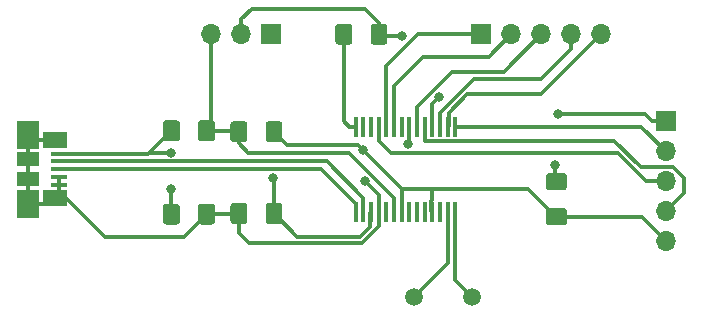
<source format=gbr>
%TF.GenerationSoftware,KiCad,Pcbnew,5.1.4-3.fc30*%
%TF.CreationDate,2019-10-19T14:32:07+02:00*%
%TF.ProjectId,ft232rl_converter_v1,66743233-3272-46c5-9f63-6f6e76657274,1.0*%
%TF.SameCoordinates,PX4fefde0PY4d83c00*%
%TF.FileFunction,Copper,L1,Top*%
%TF.FilePolarity,Positive*%
%FSLAX46Y46*%
G04 Gerber Fmt 4.6, Leading zero omitted, Abs format (unit mm)*
G04 Created by KiCad (PCBNEW 5.1.4-3.fc30) date 2019-10-19 14:32:07*
%MOMM*%
%LPD*%
G04 APERTURE LIST*
%TA.AperFunction,SMDPad,CuDef*%
%ADD10R,0.450000X1.750000*%
%TD*%
%TA.AperFunction,ComponentPad*%
%ADD11O,1.700000X1.700000*%
%TD*%
%TA.AperFunction,ComponentPad*%
%ADD12R,1.700000X1.700000*%
%TD*%
%TA.AperFunction,ComponentPad*%
%ADD13C,1.500000*%
%TD*%
%TA.AperFunction,Conductor*%
%ADD14C,0.150000*%
%TD*%
%TA.AperFunction,SMDPad,CuDef*%
%ADD15C,1.425000*%
%TD*%
%TA.AperFunction,SMDPad,CuDef*%
%ADD16R,1.900000X1.175000*%
%TD*%
%TA.AperFunction,SMDPad,CuDef*%
%ADD17R,1.900000X2.375000*%
%TD*%
%TA.AperFunction,SMDPad,CuDef*%
%ADD18R,2.100000X1.475000*%
%TD*%
%TA.AperFunction,SMDPad,CuDef*%
%ADD19R,1.380000X0.450000*%
%TD*%
%TA.AperFunction,ViaPad*%
%ADD20C,0.800000*%
%TD*%
%TA.AperFunction,Conductor*%
%ADD21C,0.300000*%
%TD*%
G04 APERTURE END LIST*
D10*
%TO.P,U1,28*%
%TO.N,Net-(U1-Pad28)*%
X39070000Y12275000D03*
%TO.P,U1,27*%
%TO.N,Net-(U1-Pad27)*%
X38420000Y12275000D03*
%TO.P,U1,26*%
%TO.N,Net-(U1-Pad26)*%
X37770000Y12275000D03*
%TO.P,U1,25*%
%TO.N,GND*%
X37120000Y12275000D03*
%TO.P,U1,24*%
%TO.N,N/C*%
X36470000Y12275000D03*
%TO.P,U1,23*%
%TO.N,Net-(U1-Pad23)*%
X35820000Y12275000D03*
%TO.P,U1,22*%
%TO.N,Net-(U1-Pad22)*%
X35170000Y12275000D03*
%TO.P,U1,21*%
%TO.N,GND*%
X34520000Y12275000D03*
%TO.P,U1,20*%
%TO.N,VCC*%
X33870000Y12275000D03*
%TO.P,U1,19*%
%TO.N,Net-(U1-Pad19)*%
X33220000Y12275000D03*
%TO.P,U1,18*%
%TO.N,GND*%
X32570000Y12275000D03*
%TO.P,U1,17*%
%TO.N,Net-(C3-Pad1)*%
X31920000Y12275000D03*
%TO.P,U1,16*%
%TO.N,Net-(J1-Pad2)*%
X31270000Y12275000D03*
%TO.P,U1,15*%
%TO.N,Net-(J1-Pad3)*%
X30620000Y12275000D03*
%TO.P,U1,14*%
%TO.N,Net-(R1-Pad2)*%
X30620000Y19475000D03*
%TO.P,U1,13*%
%TO.N,Net-(U1-Pad13)*%
X31270000Y19475000D03*
%TO.P,U1,12*%
%TO.N,Net-(U1-Pad12)*%
X31920000Y19475000D03*
%TO.P,U1,11*%
%TO.N,/CTS#*%
X32570000Y19475000D03*
%TO.P,U1,10*%
%TO.N,/DCD#*%
X33220000Y19475000D03*
%TO.P,U1,9*%
%TO.N,/DSR#*%
X33870000Y19475000D03*
%TO.P,U1,8*%
%TO.N,N/C*%
X34520000Y19475000D03*
%TO.P,U1,7*%
%TO.N,GND*%
X35170000Y19475000D03*
%TO.P,U1,6*%
%TO.N,/RI#*%
X35820000Y19475000D03*
%TO.P,U1,5*%
%TO.N,/RXD*%
X36470000Y19475000D03*
%TO.P,U1,4*%
%TO.N,/VCCIO*%
X37120000Y19475000D03*
%TO.P,U1,3*%
%TO.N,/RTS#*%
X37770000Y19475000D03*
%TO.P,U1,2*%
%TO.N,/DTR#*%
X38420000Y19475000D03*
%TO.P,U1,1*%
%TO.N,/TXD*%
X39070000Y19475000D03*
%TD*%
D11*
%TO.P,J3,5*%
%TO.N,/DTR#*%
X51435000Y27305000D03*
%TO.P,J3,4*%
%TO.N,/RTS#*%
X48895000Y27305000D03*
%TO.P,J3,3*%
%TO.N,/RI#*%
X46355000Y27305000D03*
%TO.P,J3,2*%
%TO.N,/DSR#*%
X43815000Y27305000D03*
D12*
%TO.P,J3,1*%
%TO.N,/DCD#*%
X41275000Y27305000D03*
%TD*%
D13*
%TO.P,Y1,2*%
%TO.N,Net-(U1-Pad28)*%
X40440000Y5080000D03*
%TO.P,Y1,1*%
%TO.N,Net-(U1-Pad27)*%
X35560000Y5080000D03*
%TD*%
D14*
%TO.N,Net-(C2-Pad1)*%
%TO.C,FB1*%
G36*
X15509504Y20000496D02*
G01*
X15533773Y19996896D01*
X15557571Y19990935D01*
X15580671Y19982670D01*
X15602849Y19972180D01*
X15623893Y19959567D01*
X15643598Y19944953D01*
X15661777Y19928477D01*
X15678253Y19910298D01*
X15692867Y19890593D01*
X15705480Y19869549D01*
X15715970Y19847371D01*
X15724235Y19824271D01*
X15730196Y19800473D01*
X15733796Y19776204D01*
X15735000Y19751700D01*
X15735000Y18501700D01*
X15733796Y18477196D01*
X15730196Y18452927D01*
X15724235Y18429129D01*
X15715970Y18406029D01*
X15705480Y18383851D01*
X15692867Y18362807D01*
X15678253Y18343102D01*
X15661777Y18324923D01*
X15643598Y18308447D01*
X15623893Y18293833D01*
X15602849Y18281220D01*
X15580671Y18270730D01*
X15557571Y18262465D01*
X15533773Y18256504D01*
X15509504Y18252904D01*
X15485000Y18251700D01*
X14560000Y18251700D01*
X14535496Y18252904D01*
X14511227Y18256504D01*
X14487429Y18262465D01*
X14464329Y18270730D01*
X14442151Y18281220D01*
X14421107Y18293833D01*
X14401402Y18308447D01*
X14383223Y18324923D01*
X14366747Y18343102D01*
X14352133Y18362807D01*
X14339520Y18383851D01*
X14329030Y18406029D01*
X14320765Y18429129D01*
X14314804Y18452927D01*
X14311204Y18477196D01*
X14310000Y18501700D01*
X14310000Y19751700D01*
X14311204Y19776204D01*
X14314804Y19800473D01*
X14320765Y19824271D01*
X14329030Y19847371D01*
X14339520Y19869549D01*
X14352133Y19890593D01*
X14366747Y19910298D01*
X14383223Y19928477D01*
X14401402Y19944953D01*
X14421107Y19959567D01*
X14442151Y19972180D01*
X14464329Y19982670D01*
X14487429Y19990935D01*
X14511227Y19996896D01*
X14535496Y20000496D01*
X14560000Y20001700D01*
X15485000Y20001700D01*
X15509504Y20000496D01*
X15509504Y20000496D01*
G37*
D15*
%TD*%
%TO.P,FB1,2*%
%TO.N,Net-(C2-Pad1)*%
X15022500Y19126700D03*
D14*
%TO.N,VCC*%
%TO.C,FB1*%
G36*
X18484504Y20000496D02*
G01*
X18508773Y19996896D01*
X18532571Y19990935D01*
X18555671Y19982670D01*
X18577849Y19972180D01*
X18598893Y19959567D01*
X18618598Y19944953D01*
X18636777Y19928477D01*
X18653253Y19910298D01*
X18667867Y19890593D01*
X18680480Y19869549D01*
X18690970Y19847371D01*
X18699235Y19824271D01*
X18705196Y19800473D01*
X18708796Y19776204D01*
X18710000Y19751700D01*
X18710000Y18501700D01*
X18708796Y18477196D01*
X18705196Y18452927D01*
X18699235Y18429129D01*
X18690970Y18406029D01*
X18680480Y18383851D01*
X18667867Y18362807D01*
X18653253Y18343102D01*
X18636777Y18324923D01*
X18618598Y18308447D01*
X18598893Y18293833D01*
X18577849Y18281220D01*
X18555671Y18270730D01*
X18532571Y18262465D01*
X18508773Y18256504D01*
X18484504Y18252904D01*
X18460000Y18251700D01*
X17535000Y18251700D01*
X17510496Y18252904D01*
X17486227Y18256504D01*
X17462429Y18262465D01*
X17439329Y18270730D01*
X17417151Y18281220D01*
X17396107Y18293833D01*
X17376402Y18308447D01*
X17358223Y18324923D01*
X17341747Y18343102D01*
X17327133Y18362807D01*
X17314520Y18383851D01*
X17304030Y18406029D01*
X17295765Y18429129D01*
X17289804Y18452927D01*
X17286204Y18477196D01*
X17285000Y18501700D01*
X17285000Y19751700D01*
X17286204Y19776204D01*
X17289804Y19800473D01*
X17295765Y19824271D01*
X17304030Y19847371D01*
X17314520Y19869549D01*
X17327133Y19890593D01*
X17341747Y19910298D01*
X17358223Y19928477D01*
X17376402Y19944953D01*
X17396107Y19959567D01*
X17417151Y19972180D01*
X17439329Y19982670D01*
X17462429Y19990935D01*
X17486227Y19996896D01*
X17510496Y20000496D01*
X17535000Y20001700D01*
X18460000Y20001700D01*
X18484504Y20000496D01*
X18484504Y20000496D01*
G37*
D15*
%TD*%
%TO.P,FB1,1*%
%TO.N,VCC*%
X17997500Y19126700D03*
D11*
%TO.P,J2,5*%
%TO.N,GND*%
X56896000Y9779000D03*
%TO.P,J2,4*%
%TO.N,/RXD*%
X56896000Y12319000D03*
%TO.P,J2,3*%
%TO.N,/CTS#*%
X56896000Y14859000D03*
%TO.P,J2,2*%
%TO.N,/TXD*%
X56896000Y17399000D03*
D12*
%TO.P,J2,1*%
%TO.N,/VCCIO*%
X56896000Y19939000D03*
%TD*%
D14*
%TO.N,GND*%
%TO.C,C1*%
G36*
X24199504Y19923796D02*
G01*
X24223773Y19920196D01*
X24247571Y19914235D01*
X24270671Y19905970D01*
X24292849Y19895480D01*
X24313893Y19882867D01*
X24333598Y19868253D01*
X24351777Y19851777D01*
X24368253Y19833598D01*
X24382867Y19813893D01*
X24395480Y19792849D01*
X24405970Y19770671D01*
X24414235Y19747571D01*
X24420196Y19723773D01*
X24423796Y19699504D01*
X24425000Y19675000D01*
X24425000Y18425000D01*
X24423796Y18400496D01*
X24420196Y18376227D01*
X24414235Y18352429D01*
X24405970Y18329329D01*
X24395480Y18307151D01*
X24382867Y18286107D01*
X24368253Y18266402D01*
X24351777Y18248223D01*
X24333598Y18231747D01*
X24313893Y18217133D01*
X24292849Y18204520D01*
X24270671Y18194030D01*
X24247571Y18185765D01*
X24223773Y18179804D01*
X24199504Y18176204D01*
X24175000Y18175000D01*
X23250000Y18175000D01*
X23225496Y18176204D01*
X23201227Y18179804D01*
X23177429Y18185765D01*
X23154329Y18194030D01*
X23132151Y18204520D01*
X23111107Y18217133D01*
X23091402Y18231747D01*
X23073223Y18248223D01*
X23056747Y18266402D01*
X23042133Y18286107D01*
X23029520Y18307151D01*
X23019030Y18329329D01*
X23010765Y18352429D01*
X23004804Y18376227D01*
X23001204Y18400496D01*
X23000000Y18425000D01*
X23000000Y19675000D01*
X23001204Y19699504D01*
X23004804Y19723773D01*
X23010765Y19747571D01*
X23019030Y19770671D01*
X23029520Y19792849D01*
X23042133Y19813893D01*
X23056747Y19833598D01*
X23073223Y19851777D01*
X23091402Y19868253D01*
X23111107Y19882867D01*
X23132151Y19895480D01*
X23154329Y19905970D01*
X23177429Y19914235D01*
X23201227Y19920196D01*
X23225496Y19923796D01*
X23250000Y19925000D01*
X24175000Y19925000D01*
X24199504Y19923796D01*
X24199504Y19923796D01*
G37*
D15*
%TD*%
%TO.P,C1,2*%
%TO.N,GND*%
X23712500Y19050000D03*
D14*
%TO.N,VCC*%
%TO.C,C1*%
G36*
X21224504Y19923796D02*
G01*
X21248773Y19920196D01*
X21272571Y19914235D01*
X21295671Y19905970D01*
X21317849Y19895480D01*
X21338893Y19882867D01*
X21358598Y19868253D01*
X21376777Y19851777D01*
X21393253Y19833598D01*
X21407867Y19813893D01*
X21420480Y19792849D01*
X21430970Y19770671D01*
X21439235Y19747571D01*
X21445196Y19723773D01*
X21448796Y19699504D01*
X21450000Y19675000D01*
X21450000Y18425000D01*
X21448796Y18400496D01*
X21445196Y18376227D01*
X21439235Y18352429D01*
X21430970Y18329329D01*
X21420480Y18307151D01*
X21407867Y18286107D01*
X21393253Y18266402D01*
X21376777Y18248223D01*
X21358598Y18231747D01*
X21338893Y18217133D01*
X21317849Y18204520D01*
X21295671Y18194030D01*
X21272571Y18185765D01*
X21248773Y18179804D01*
X21224504Y18176204D01*
X21200000Y18175000D01*
X20275000Y18175000D01*
X20250496Y18176204D01*
X20226227Y18179804D01*
X20202429Y18185765D01*
X20179329Y18194030D01*
X20157151Y18204520D01*
X20136107Y18217133D01*
X20116402Y18231747D01*
X20098223Y18248223D01*
X20081747Y18266402D01*
X20067133Y18286107D01*
X20054520Y18307151D01*
X20044030Y18329329D01*
X20035765Y18352429D01*
X20029804Y18376227D01*
X20026204Y18400496D01*
X20025000Y18425000D01*
X20025000Y19675000D01*
X20026204Y19699504D01*
X20029804Y19723773D01*
X20035765Y19747571D01*
X20044030Y19770671D01*
X20054520Y19792849D01*
X20067133Y19813893D01*
X20081747Y19833598D01*
X20098223Y19851777D01*
X20116402Y19868253D01*
X20136107Y19882867D01*
X20157151Y19895480D01*
X20179329Y19905970D01*
X20202429Y19914235D01*
X20226227Y19920196D01*
X20250496Y19923796D01*
X20275000Y19925000D01*
X21200000Y19925000D01*
X21224504Y19923796D01*
X21224504Y19923796D01*
G37*
D15*
%TD*%
%TO.P,C1,1*%
%TO.N,VCC*%
X20737500Y19050000D03*
D14*
%TO.N,GND*%
%TO.C,C2*%
G36*
X18484504Y12938796D02*
G01*
X18508773Y12935196D01*
X18532571Y12929235D01*
X18555671Y12920970D01*
X18577849Y12910480D01*
X18598893Y12897867D01*
X18618598Y12883253D01*
X18636777Y12866777D01*
X18653253Y12848598D01*
X18667867Y12828893D01*
X18680480Y12807849D01*
X18690970Y12785671D01*
X18699235Y12762571D01*
X18705196Y12738773D01*
X18708796Y12714504D01*
X18710000Y12690000D01*
X18710000Y11440000D01*
X18708796Y11415496D01*
X18705196Y11391227D01*
X18699235Y11367429D01*
X18690970Y11344329D01*
X18680480Y11322151D01*
X18667867Y11301107D01*
X18653253Y11281402D01*
X18636777Y11263223D01*
X18618598Y11246747D01*
X18598893Y11232133D01*
X18577849Y11219520D01*
X18555671Y11209030D01*
X18532571Y11200765D01*
X18508773Y11194804D01*
X18484504Y11191204D01*
X18460000Y11190000D01*
X17535000Y11190000D01*
X17510496Y11191204D01*
X17486227Y11194804D01*
X17462429Y11200765D01*
X17439329Y11209030D01*
X17417151Y11219520D01*
X17396107Y11232133D01*
X17376402Y11246747D01*
X17358223Y11263223D01*
X17341747Y11281402D01*
X17327133Y11301107D01*
X17314520Y11322151D01*
X17304030Y11344329D01*
X17295765Y11367429D01*
X17289804Y11391227D01*
X17286204Y11415496D01*
X17285000Y11440000D01*
X17285000Y12690000D01*
X17286204Y12714504D01*
X17289804Y12738773D01*
X17295765Y12762571D01*
X17304030Y12785671D01*
X17314520Y12807849D01*
X17327133Y12828893D01*
X17341747Y12848598D01*
X17358223Y12866777D01*
X17376402Y12883253D01*
X17396107Y12897867D01*
X17417151Y12910480D01*
X17439329Y12920970D01*
X17462429Y12929235D01*
X17486227Y12935196D01*
X17510496Y12938796D01*
X17535000Y12940000D01*
X18460000Y12940000D01*
X18484504Y12938796D01*
X18484504Y12938796D01*
G37*
D15*
%TD*%
%TO.P,C2,2*%
%TO.N,GND*%
X17997500Y12065000D03*
D14*
%TO.N,Net-(C2-Pad1)*%
%TO.C,C2*%
G36*
X15509504Y12938796D02*
G01*
X15533773Y12935196D01*
X15557571Y12929235D01*
X15580671Y12920970D01*
X15602849Y12910480D01*
X15623893Y12897867D01*
X15643598Y12883253D01*
X15661777Y12866777D01*
X15678253Y12848598D01*
X15692867Y12828893D01*
X15705480Y12807849D01*
X15715970Y12785671D01*
X15724235Y12762571D01*
X15730196Y12738773D01*
X15733796Y12714504D01*
X15735000Y12690000D01*
X15735000Y11440000D01*
X15733796Y11415496D01*
X15730196Y11391227D01*
X15724235Y11367429D01*
X15715970Y11344329D01*
X15705480Y11322151D01*
X15692867Y11301107D01*
X15678253Y11281402D01*
X15661777Y11263223D01*
X15643598Y11246747D01*
X15623893Y11232133D01*
X15602849Y11219520D01*
X15580671Y11209030D01*
X15557571Y11200765D01*
X15533773Y11194804D01*
X15509504Y11191204D01*
X15485000Y11190000D01*
X14560000Y11190000D01*
X14535496Y11191204D01*
X14511227Y11194804D01*
X14487429Y11200765D01*
X14464329Y11209030D01*
X14442151Y11219520D01*
X14421107Y11232133D01*
X14401402Y11246747D01*
X14383223Y11263223D01*
X14366747Y11281402D01*
X14352133Y11301107D01*
X14339520Y11322151D01*
X14329030Y11344329D01*
X14320765Y11367429D01*
X14314804Y11391227D01*
X14311204Y11415496D01*
X14310000Y11440000D01*
X14310000Y12690000D01*
X14311204Y12714504D01*
X14314804Y12738773D01*
X14320765Y12762571D01*
X14329030Y12785671D01*
X14339520Y12807849D01*
X14352133Y12828893D01*
X14366747Y12848598D01*
X14383223Y12866777D01*
X14401402Y12883253D01*
X14421107Y12897867D01*
X14442151Y12910480D01*
X14464329Y12920970D01*
X14487429Y12929235D01*
X14511227Y12935196D01*
X14535496Y12938796D01*
X14560000Y12940000D01*
X15485000Y12940000D01*
X15509504Y12938796D01*
X15509504Y12938796D01*
G37*
D15*
%TD*%
%TO.P,C2,1*%
%TO.N,Net-(C2-Pad1)*%
X15022500Y12065000D03*
D14*
%TO.N,GND*%
%TO.C,C3*%
G36*
X21224504Y13003796D02*
G01*
X21248773Y13000196D01*
X21272571Y12994235D01*
X21295671Y12985970D01*
X21317849Y12975480D01*
X21338893Y12962867D01*
X21358598Y12948253D01*
X21376777Y12931777D01*
X21393253Y12913598D01*
X21407867Y12893893D01*
X21420480Y12872849D01*
X21430970Y12850671D01*
X21439235Y12827571D01*
X21445196Y12803773D01*
X21448796Y12779504D01*
X21450000Y12755000D01*
X21450000Y11505000D01*
X21448796Y11480496D01*
X21445196Y11456227D01*
X21439235Y11432429D01*
X21430970Y11409329D01*
X21420480Y11387151D01*
X21407867Y11366107D01*
X21393253Y11346402D01*
X21376777Y11328223D01*
X21358598Y11311747D01*
X21338893Y11297133D01*
X21317849Y11284520D01*
X21295671Y11274030D01*
X21272571Y11265765D01*
X21248773Y11259804D01*
X21224504Y11256204D01*
X21200000Y11255000D01*
X20275000Y11255000D01*
X20250496Y11256204D01*
X20226227Y11259804D01*
X20202429Y11265765D01*
X20179329Y11274030D01*
X20157151Y11284520D01*
X20136107Y11297133D01*
X20116402Y11311747D01*
X20098223Y11328223D01*
X20081747Y11346402D01*
X20067133Y11366107D01*
X20054520Y11387151D01*
X20044030Y11409329D01*
X20035765Y11432429D01*
X20029804Y11456227D01*
X20026204Y11480496D01*
X20025000Y11505000D01*
X20025000Y12755000D01*
X20026204Y12779504D01*
X20029804Y12803773D01*
X20035765Y12827571D01*
X20044030Y12850671D01*
X20054520Y12872849D01*
X20067133Y12893893D01*
X20081747Y12913598D01*
X20098223Y12931777D01*
X20116402Y12948253D01*
X20136107Y12962867D01*
X20157151Y12975480D01*
X20179329Y12985970D01*
X20202429Y12994235D01*
X20226227Y13000196D01*
X20250496Y13003796D01*
X20275000Y13005000D01*
X21200000Y13005000D01*
X21224504Y13003796D01*
X21224504Y13003796D01*
G37*
D15*
%TD*%
%TO.P,C3,2*%
%TO.N,GND*%
X20737500Y12130000D03*
D14*
%TO.N,Net-(C3-Pad1)*%
%TO.C,C3*%
G36*
X24199504Y13003796D02*
G01*
X24223773Y13000196D01*
X24247571Y12994235D01*
X24270671Y12985970D01*
X24292849Y12975480D01*
X24313893Y12962867D01*
X24333598Y12948253D01*
X24351777Y12931777D01*
X24368253Y12913598D01*
X24382867Y12893893D01*
X24395480Y12872849D01*
X24405970Y12850671D01*
X24414235Y12827571D01*
X24420196Y12803773D01*
X24423796Y12779504D01*
X24425000Y12755000D01*
X24425000Y11505000D01*
X24423796Y11480496D01*
X24420196Y11456227D01*
X24414235Y11432429D01*
X24405970Y11409329D01*
X24395480Y11387151D01*
X24382867Y11366107D01*
X24368253Y11346402D01*
X24351777Y11328223D01*
X24333598Y11311747D01*
X24313893Y11297133D01*
X24292849Y11284520D01*
X24270671Y11274030D01*
X24247571Y11265765D01*
X24223773Y11259804D01*
X24199504Y11256204D01*
X24175000Y11255000D01*
X23250000Y11255000D01*
X23225496Y11256204D01*
X23201227Y11259804D01*
X23177429Y11265765D01*
X23154329Y11274030D01*
X23132151Y11284520D01*
X23111107Y11297133D01*
X23091402Y11311747D01*
X23073223Y11328223D01*
X23056747Y11346402D01*
X23042133Y11366107D01*
X23029520Y11387151D01*
X23019030Y11409329D01*
X23010765Y11432429D01*
X23004804Y11456227D01*
X23001204Y11480496D01*
X23000000Y11505000D01*
X23000000Y12755000D01*
X23001204Y12779504D01*
X23004804Y12803773D01*
X23010765Y12827571D01*
X23019030Y12850671D01*
X23029520Y12872849D01*
X23042133Y12893893D01*
X23056747Y12913598D01*
X23073223Y12931777D01*
X23091402Y12948253D01*
X23111107Y12962867D01*
X23132151Y12975480D01*
X23154329Y12985970D01*
X23177429Y12994235D01*
X23201227Y13000196D01*
X23225496Y13003796D01*
X23250000Y13005000D01*
X24175000Y13005000D01*
X24199504Y13003796D01*
X24199504Y13003796D01*
G37*
D15*
%TD*%
%TO.P,C3,1*%
%TO.N,Net-(C3-Pad1)*%
X23712500Y12130000D03*
D14*
%TO.N,GND*%
%TO.C,C4*%
G36*
X48274504Y12558796D02*
G01*
X48298773Y12555196D01*
X48322571Y12549235D01*
X48345671Y12540970D01*
X48367849Y12530480D01*
X48388893Y12517867D01*
X48408598Y12503253D01*
X48426777Y12486777D01*
X48443253Y12468598D01*
X48457867Y12448893D01*
X48470480Y12427849D01*
X48480970Y12405671D01*
X48489235Y12382571D01*
X48495196Y12358773D01*
X48498796Y12334504D01*
X48500000Y12310000D01*
X48500000Y11385000D01*
X48498796Y11360496D01*
X48495196Y11336227D01*
X48489235Y11312429D01*
X48480970Y11289329D01*
X48470480Y11267151D01*
X48457867Y11246107D01*
X48443253Y11226402D01*
X48426777Y11208223D01*
X48408598Y11191747D01*
X48388893Y11177133D01*
X48367849Y11164520D01*
X48345671Y11154030D01*
X48322571Y11145765D01*
X48298773Y11139804D01*
X48274504Y11136204D01*
X48250000Y11135000D01*
X47000000Y11135000D01*
X46975496Y11136204D01*
X46951227Y11139804D01*
X46927429Y11145765D01*
X46904329Y11154030D01*
X46882151Y11164520D01*
X46861107Y11177133D01*
X46841402Y11191747D01*
X46823223Y11208223D01*
X46806747Y11226402D01*
X46792133Y11246107D01*
X46779520Y11267151D01*
X46769030Y11289329D01*
X46760765Y11312429D01*
X46754804Y11336227D01*
X46751204Y11360496D01*
X46750000Y11385000D01*
X46750000Y12310000D01*
X46751204Y12334504D01*
X46754804Y12358773D01*
X46760765Y12382571D01*
X46769030Y12405671D01*
X46779520Y12427849D01*
X46792133Y12448893D01*
X46806747Y12468598D01*
X46823223Y12486777D01*
X46841402Y12503253D01*
X46861107Y12517867D01*
X46882151Y12530480D01*
X46904329Y12540970D01*
X46927429Y12549235D01*
X46951227Y12555196D01*
X46975496Y12558796D01*
X47000000Y12560000D01*
X48250000Y12560000D01*
X48274504Y12558796D01*
X48274504Y12558796D01*
G37*
D15*
%TD*%
%TO.P,C4,2*%
%TO.N,GND*%
X47625000Y11847500D03*
D14*
%TO.N,/VCCIO*%
%TO.C,C4*%
G36*
X48274504Y15533796D02*
G01*
X48298773Y15530196D01*
X48322571Y15524235D01*
X48345671Y15515970D01*
X48367849Y15505480D01*
X48388893Y15492867D01*
X48408598Y15478253D01*
X48426777Y15461777D01*
X48443253Y15443598D01*
X48457867Y15423893D01*
X48470480Y15402849D01*
X48480970Y15380671D01*
X48489235Y15357571D01*
X48495196Y15333773D01*
X48498796Y15309504D01*
X48500000Y15285000D01*
X48500000Y14360000D01*
X48498796Y14335496D01*
X48495196Y14311227D01*
X48489235Y14287429D01*
X48480970Y14264329D01*
X48470480Y14242151D01*
X48457867Y14221107D01*
X48443253Y14201402D01*
X48426777Y14183223D01*
X48408598Y14166747D01*
X48388893Y14152133D01*
X48367849Y14139520D01*
X48345671Y14129030D01*
X48322571Y14120765D01*
X48298773Y14114804D01*
X48274504Y14111204D01*
X48250000Y14110000D01*
X47000000Y14110000D01*
X46975496Y14111204D01*
X46951227Y14114804D01*
X46927429Y14120765D01*
X46904329Y14129030D01*
X46882151Y14139520D01*
X46861107Y14152133D01*
X46841402Y14166747D01*
X46823223Y14183223D01*
X46806747Y14201402D01*
X46792133Y14221107D01*
X46779520Y14242151D01*
X46769030Y14264329D01*
X46760765Y14287429D01*
X46754804Y14311227D01*
X46751204Y14335496D01*
X46750000Y14360000D01*
X46750000Y15285000D01*
X46751204Y15309504D01*
X46754804Y15333773D01*
X46760765Y15357571D01*
X46769030Y15380671D01*
X46779520Y15402849D01*
X46792133Y15423893D01*
X46806747Y15443598D01*
X46823223Y15461777D01*
X46841402Y15478253D01*
X46861107Y15492867D01*
X46882151Y15505480D01*
X46904329Y15515970D01*
X46927429Y15524235D01*
X46951227Y15530196D01*
X46975496Y15533796D01*
X47000000Y15535000D01*
X48250000Y15535000D01*
X48274504Y15533796D01*
X48274504Y15533796D01*
G37*
D15*
%TD*%
%TO.P,C4,1*%
%TO.N,/VCCIO*%
X47625000Y14822500D03*
D16*
%TO.P,J1,6*%
%TO.N,GND*%
X2880000Y15035000D03*
X2880000Y16715000D03*
D17*
X2880000Y12965000D03*
X2880000Y18785000D03*
D18*
X5180000Y13412500D03*
X5180000Y18337500D03*
D19*
%TO.P,J1,5*%
X5540000Y14575000D03*
%TO.P,J1,4*%
X5540000Y15225000D03*
%TO.P,J1,3*%
%TO.N,Net-(J1-Pad3)*%
X5540000Y15875000D03*
%TO.P,J1,2*%
%TO.N,Net-(J1-Pad2)*%
X5540000Y16525000D03*
%TO.P,J1,1*%
%TO.N,Net-(C2-Pad1)*%
X5540000Y17175000D03*
%TD*%
D11*
%TO.P,JP1,3*%
%TO.N,VCC*%
X18415000Y27305000D03*
%TO.P,JP1,2*%
%TO.N,/VCCIO*%
X20955000Y27305000D03*
D12*
%TO.P,JP1,1*%
%TO.N,Net-(C3-Pad1)*%
X23495000Y27305000D03*
%TD*%
D14*
%TO.N,Net-(R1-Pad2)*%
%TO.C,R1*%
G36*
X30114504Y28178796D02*
G01*
X30138773Y28175196D01*
X30162571Y28169235D01*
X30185671Y28160970D01*
X30207849Y28150480D01*
X30228893Y28137867D01*
X30248598Y28123253D01*
X30266777Y28106777D01*
X30283253Y28088598D01*
X30297867Y28068893D01*
X30310480Y28047849D01*
X30320970Y28025671D01*
X30329235Y28002571D01*
X30335196Y27978773D01*
X30338796Y27954504D01*
X30340000Y27930000D01*
X30340000Y26680000D01*
X30338796Y26655496D01*
X30335196Y26631227D01*
X30329235Y26607429D01*
X30320970Y26584329D01*
X30310480Y26562151D01*
X30297867Y26541107D01*
X30283253Y26521402D01*
X30266777Y26503223D01*
X30248598Y26486747D01*
X30228893Y26472133D01*
X30207849Y26459520D01*
X30185671Y26449030D01*
X30162571Y26440765D01*
X30138773Y26434804D01*
X30114504Y26431204D01*
X30090000Y26430000D01*
X29165000Y26430000D01*
X29140496Y26431204D01*
X29116227Y26434804D01*
X29092429Y26440765D01*
X29069329Y26449030D01*
X29047151Y26459520D01*
X29026107Y26472133D01*
X29006402Y26486747D01*
X28988223Y26503223D01*
X28971747Y26521402D01*
X28957133Y26541107D01*
X28944520Y26562151D01*
X28934030Y26584329D01*
X28925765Y26607429D01*
X28919804Y26631227D01*
X28916204Y26655496D01*
X28915000Y26680000D01*
X28915000Y27930000D01*
X28916204Y27954504D01*
X28919804Y27978773D01*
X28925765Y28002571D01*
X28934030Y28025671D01*
X28944520Y28047849D01*
X28957133Y28068893D01*
X28971747Y28088598D01*
X28988223Y28106777D01*
X29006402Y28123253D01*
X29026107Y28137867D01*
X29047151Y28150480D01*
X29069329Y28160970D01*
X29092429Y28169235D01*
X29116227Y28175196D01*
X29140496Y28178796D01*
X29165000Y28180000D01*
X30090000Y28180000D01*
X30114504Y28178796D01*
X30114504Y28178796D01*
G37*
D15*
%TD*%
%TO.P,R1,2*%
%TO.N,Net-(R1-Pad2)*%
X29627500Y27305000D03*
D14*
%TO.N,/VCCIO*%
%TO.C,R1*%
G36*
X33089504Y28178796D02*
G01*
X33113773Y28175196D01*
X33137571Y28169235D01*
X33160671Y28160970D01*
X33182849Y28150480D01*
X33203893Y28137867D01*
X33223598Y28123253D01*
X33241777Y28106777D01*
X33258253Y28088598D01*
X33272867Y28068893D01*
X33285480Y28047849D01*
X33295970Y28025671D01*
X33304235Y28002571D01*
X33310196Y27978773D01*
X33313796Y27954504D01*
X33315000Y27930000D01*
X33315000Y26680000D01*
X33313796Y26655496D01*
X33310196Y26631227D01*
X33304235Y26607429D01*
X33295970Y26584329D01*
X33285480Y26562151D01*
X33272867Y26541107D01*
X33258253Y26521402D01*
X33241777Y26503223D01*
X33223598Y26486747D01*
X33203893Y26472133D01*
X33182849Y26459520D01*
X33160671Y26449030D01*
X33137571Y26440765D01*
X33113773Y26434804D01*
X33089504Y26431204D01*
X33065000Y26430000D01*
X32140000Y26430000D01*
X32115496Y26431204D01*
X32091227Y26434804D01*
X32067429Y26440765D01*
X32044329Y26449030D01*
X32022151Y26459520D01*
X32001107Y26472133D01*
X31981402Y26486747D01*
X31963223Y26503223D01*
X31946747Y26521402D01*
X31932133Y26541107D01*
X31919520Y26562151D01*
X31909030Y26584329D01*
X31900765Y26607429D01*
X31894804Y26631227D01*
X31891204Y26655496D01*
X31890000Y26680000D01*
X31890000Y27930000D01*
X31891204Y27954504D01*
X31894804Y27978773D01*
X31900765Y28002571D01*
X31909030Y28025671D01*
X31919520Y28047849D01*
X31932133Y28068893D01*
X31946747Y28088598D01*
X31963223Y28106777D01*
X31981402Y28123253D01*
X32001107Y28137867D01*
X32022151Y28150480D01*
X32044329Y28160970D01*
X32067429Y28169235D01*
X32091227Y28175196D01*
X32115496Y28178796D01*
X32140000Y28180000D01*
X33065000Y28180000D01*
X33089504Y28178796D01*
X33089504Y28178796D01*
G37*
D15*
%TD*%
%TO.P,R1,1*%
%TO.N,/VCCIO*%
X32602500Y27305000D03*
D20*
%TO.N,GND*%
X31384669Y14874669D03*
X31242000Y17526000D03*
X35052000Y18034000D03*
%TO.N,Net-(C2-Pad1)*%
X14986000Y14224000D03*
X14986000Y17275000D03*
%TO.N,/VCCIO*%
X47752000Y20574000D03*
X47498000Y16256000D03*
X34544000Y27178000D03*
X37713891Y21976109D03*
%TO.N,Net-(C3-Pad1)*%
X23622000Y15113000D03*
%TD*%
D21*
%TO.N,GND*%
X5540000Y15225000D02*
X5540000Y14575000D01*
X5540000Y14050000D02*
X9430000Y10160000D01*
X5540000Y14575000D02*
X5540000Y14050000D01*
X16092500Y10160000D02*
X17997500Y12065000D01*
X9430000Y10160000D02*
X16092500Y10160000D01*
X20672500Y12065000D02*
X20737500Y12130000D01*
X17997500Y12065000D02*
X20672500Y12065000D01*
X3327500Y18337500D02*
X2880000Y18785000D01*
X5180000Y18337500D02*
X3327500Y18337500D01*
X2880000Y18785000D02*
X2880000Y16715000D01*
X2880000Y16715000D02*
X2880000Y15035000D01*
X2880000Y15035000D02*
X2880000Y12965000D01*
X4732500Y12965000D02*
X5180000Y13412500D01*
X2880000Y12965000D02*
X4732500Y12965000D01*
X32570000Y12275000D02*
X32570000Y11034880D01*
X31195110Y9659990D02*
X21582010Y9659990D01*
X32570000Y11034880D02*
X31195110Y9659990D01*
X20737500Y10504500D02*
X20737500Y12130000D01*
X21582010Y9659990D02*
X20737500Y10504500D01*
X32570000Y12275000D02*
X32570000Y13689338D01*
X32570000Y13689338D02*
X31384669Y14874669D01*
X24483847Y18278653D02*
X23712500Y19050000D01*
X24836501Y17925999D02*
X24483847Y18278653D01*
X30842001Y17925999D02*
X24836501Y17925999D01*
X31242000Y17526000D02*
X30842001Y17925999D01*
X31242000Y17526000D02*
X34544000Y14224000D01*
X45248500Y14224000D02*
X47625000Y11847500D01*
X34520000Y14200000D02*
X34520000Y12275000D01*
X34544000Y14224000D02*
X34520000Y14200000D01*
X37120000Y13244000D02*
X37045001Y13169001D01*
X37120000Y14188000D02*
X37120000Y13244000D01*
X37084000Y14224000D02*
X37120000Y14188000D01*
X37084000Y14224000D02*
X45248500Y14224000D01*
X34544000Y14224000D02*
X37084000Y14224000D01*
X37045001Y12349999D02*
X37120000Y12275000D01*
X37045001Y13169001D02*
X37045001Y12349999D01*
X54827500Y11847500D02*
X56896000Y9779000D01*
X47625000Y11847500D02*
X54827500Y11847500D01*
X35170000Y18152000D02*
X35170000Y19475000D01*
X35052000Y18034000D02*
X35170000Y18152000D01*
%TO.N,VCC*%
X18415000Y19544200D02*
X17997500Y19126700D01*
X18415000Y27305000D02*
X18415000Y19544200D01*
X20660800Y19126700D02*
X20737500Y19050000D01*
X17997500Y19126700D02*
X20660800Y19126700D01*
X20737500Y18075000D02*
X21540500Y17272000D01*
X20737500Y19050000D02*
X20737500Y18075000D01*
X33870000Y13450000D02*
X33870000Y12275000D01*
X30048000Y17272000D02*
X33870000Y13450000D01*
X21540500Y17272000D02*
X30048000Y17272000D01*
%TO.N,Net-(C2-Pad1)*%
X13070800Y17175000D02*
X15022500Y19126700D01*
X5540000Y17175000D02*
X13070800Y17175000D01*
X15022500Y12065000D02*
X15022500Y14187500D01*
X15022500Y14187500D02*
X14986000Y14224000D01*
X13170800Y17275000D02*
X13070800Y17175000D01*
X14986000Y17275000D02*
X13170800Y17275000D01*
%TO.N,/VCCIO*%
X21844000Y29464000D02*
X20955000Y28575000D01*
X31418500Y29464000D02*
X21844000Y29464000D01*
X32602500Y27305000D02*
X32602500Y28280000D01*
X20955000Y28575000D02*
X20955000Y27305000D01*
X32602500Y28280000D02*
X31418500Y29464000D01*
X55111000Y20574000D02*
X47752000Y20574000D01*
X56896000Y19939000D02*
X55746000Y19939000D01*
X55746000Y19939000D02*
X55111000Y20574000D01*
X47498000Y14949500D02*
X47625000Y14822500D01*
X47498000Y16256000D02*
X47498000Y14949500D01*
X32729500Y27178000D02*
X32602500Y27305000D01*
X34544000Y27178000D02*
X32729500Y27178000D01*
X37120000Y19475000D02*
X37120000Y21382218D01*
X37120000Y21382218D02*
X37713891Y21976109D01*
%TO.N,Net-(J1-Pad2)*%
X31270000Y13450000D02*
X31270000Y12275000D01*
X28195000Y16525000D02*
X31270000Y13450000D01*
X5540000Y16525000D02*
X28195000Y16525000D01*
%TO.N,Net-(J1-Pad3)*%
X30620000Y12925000D02*
X30620000Y12275000D01*
X27670000Y15875000D02*
X30620000Y12925000D01*
X5540000Y15875000D02*
X27670000Y15875000D01*
%TO.N,Net-(R1-Pad2)*%
X30095000Y19475000D02*
X30620000Y19475000D01*
X29627500Y19942500D02*
X30095000Y19475000D01*
X29627500Y27305000D02*
X29627500Y19942500D01*
%TO.N,Net-(U1-Pad27)*%
X38420000Y7940000D02*
X35560000Y5080000D01*
X38420000Y12275000D02*
X38420000Y7940000D01*
%TO.N,Net-(U1-Pad28)*%
X39070000Y6450000D02*
X40440000Y5080000D01*
X39070000Y12275000D02*
X39070000Y6450000D01*
%TO.N,/CTS#*%
X56896000Y14859000D02*
X55245000Y14859000D01*
X55245000Y14859000D02*
X52832000Y17272000D01*
X32570000Y18300000D02*
X32570000Y19475000D01*
X33598000Y17272000D02*
X32570000Y18300000D01*
X52832000Y17272000D02*
X33598000Y17272000D01*
%TO.N,/RXD*%
X56896000Y12319000D02*
X58420000Y13843000D01*
X54752119Y16059001D02*
X52523120Y18288000D01*
X57472001Y16059001D02*
X54752119Y16059001D01*
X58420000Y13843000D02*
X58420000Y15111002D01*
X58420000Y15111002D02*
X57472001Y16059001D01*
X36520001Y18249999D02*
X36470000Y18300000D01*
X36470000Y18300000D02*
X36470000Y19475000D01*
X52485119Y18249999D02*
X36520001Y18249999D01*
X52523120Y18288000D02*
X52485119Y18249999D01*
%TO.N,/TXD*%
X54820000Y19475000D02*
X39070000Y19475000D01*
X56896000Y17399000D02*
X54820000Y19475000D01*
%TO.N,/RI#*%
X46355000Y27305000D02*
X43180000Y24130000D01*
X43180000Y24130000D02*
X38807120Y24130000D01*
X35820000Y21142880D02*
X35820000Y19475000D01*
X38807120Y24130000D02*
X35820000Y21142880D01*
%TO.N,/DCD#*%
X33220000Y19475000D02*
X33220000Y24584000D01*
X35941000Y27305000D02*
X41275000Y27305000D01*
X33220000Y24584000D02*
X35941000Y27305000D01*
%TO.N,/DSR#*%
X33870000Y19475000D02*
X33870000Y22948000D01*
X33870000Y22948000D02*
X36322000Y25400000D01*
X41910000Y25400000D02*
X43815000Y27305000D01*
X36322000Y25400000D02*
X41910000Y25400000D01*
%TO.N,/DTR#*%
X38494999Y19549999D02*
X38420000Y19475000D01*
X38494999Y20630001D02*
X38494999Y19549999D01*
X51435000Y27305000D02*
X46355000Y22225000D01*
X40089998Y22225000D02*
X38494999Y20630001D01*
X46355000Y22225000D02*
X40089998Y22225000D01*
%TO.N,/RTS#*%
X48895000Y27305000D02*
X48895000Y26035000D01*
X48895000Y26035000D02*
X46355000Y23495000D01*
X37770000Y20650000D02*
X37770000Y19475000D01*
X40615000Y23495000D02*
X37770000Y20650000D01*
X46355000Y23495000D02*
X40615000Y23495000D01*
%TO.N,Net-(C3-Pad1)*%
X31845001Y12200001D02*
X31920000Y12275000D01*
X30988000Y10160000D02*
X31845001Y11017001D01*
X31845001Y11017001D02*
X31845001Y12200001D01*
X23712500Y12130000D02*
X25682500Y10160000D01*
X25682500Y10160000D02*
X30988000Y10160000D01*
X23712500Y12130000D02*
X23712500Y15022500D01*
X23712500Y15022500D02*
X23622000Y15113000D01*
%TD*%
M02*

</source>
